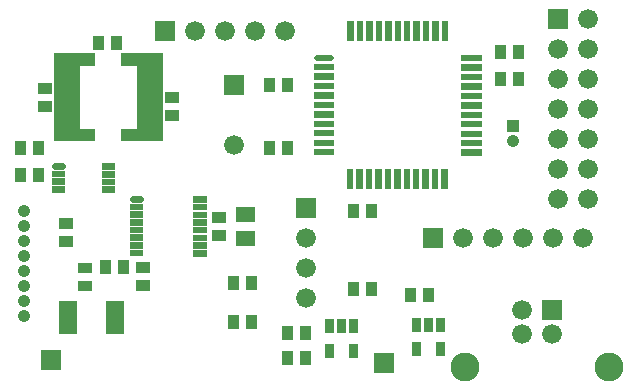
<source format=gbr>
G04 start of page 4 for group -4063 idx -4063
G04 Title: (unknown), componentmask *
G04 Creator: pcb 20070208 *
G04 CreationDate: Fri Aug 31 23:19:37 2007 UTC *
G04 For: sean *
G04 Format: Gerber/RS-274X *
G04 PCB-Dimensions: 250000 150000 *
G04 PCB-Coordinate-Origin: lower left *
%MOIN*%
%FSLAX24Y24*%
%LNFRONTMASK*%
%ADD15R,0.0360X0.0360*%
%ADD24R,0.0300X0.0300*%
%ADD32R,0.0660X0.0660*%
%ADD33C,0.0420*%
%ADD34C,0.0660*%
%ADD35R,0.0420X0.0420*%
%ADD36C,0.0960*%
%ADD37R,0.0510X0.0510*%
%ADD38R,0.0220X0.0220*%
%ADD39C,0.0220*%
%ADD40R,0.0416X0.0416*%
%ADD41R,0.0318X0.0318*%
%ADD42C,0.0210*%
%ADD43R,0.0210X0.0210*%
G54D32*X3250Y1900D03*
G54D33*X2350Y6850D03*
Y6350D03*
Y5850D03*
Y5350D03*
Y4850D03*
Y4350D03*
Y3850D03*
Y3350D03*
G54D34*X20150Y11250D03*
X21150D03*
X20150Y10250D03*
X21150D03*
G54D32*X9350Y11050D03*
X20150Y13250D03*
G54D34*X21150D03*
X20150Y12250D03*
X21150D03*
X10050Y12850D03*
X11050D03*
X20150Y9250D03*
X9350Y9050D03*
G54D33*X18650Y9200D03*
G54D35*Y9700D03*
G54D34*X21150Y8250D03*
Y7250D03*
G54D32*X7050Y12850D03*
G54D34*X8050D03*
X9050D03*
X21150Y9250D03*
X20150Y8250D03*
Y7250D03*
G54D32*X14350Y1800D03*
G54D34*X11750Y5950D03*
Y4950D03*
Y3950D03*
G54D32*X19950Y3550D03*
G54D34*Y2750D03*
X18950Y3550D03*
Y2750D03*
G54D36*X17050Y1650D03*
X21850D03*
G54D32*X11750Y6950D03*
X16000Y5950D03*
G54D34*X17000D03*
X18000D03*
X19000D03*
X20000D03*
X21000D03*
G54D24*X12550Y2280D02*Y2120D01*
X13330Y2280D02*Y2120D01*
Y3100D02*Y2940D01*
X12940Y3100D02*Y2940D01*
X12550Y3100D02*Y2940D01*
G54D15*X13350Y4300D02*Y4200D01*
G54D24*X15450Y2330D02*Y2170D01*
X16230Y2330D02*Y2170D01*
Y3150D02*Y2990D01*
X15840Y3150D02*Y2990D01*
X15450Y3150D02*Y2990D01*
G54D15*X15250Y4100D02*Y4000D01*
X15850Y4100D02*Y4000D01*
X13950Y4300D02*Y4200D01*
X11150Y2000D02*Y1900D01*
X11750Y2000D02*Y1900D01*
X11150Y2850D02*Y2750D01*
X11750Y2850D02*Y2750D01*
X9350Y3200D02*Y3100D01*
X9950Y3200D02*Y3100D01*
X9350Y4500D02*Y4400D01*
X9950Y4500D02*Y4400D01*
X10550Y9000D02*Y8900D01*
X11150Y9000D02*Y8900D01*
G54D37*X9680Y6750D02*X9820D01*
X9680Y5950D02*X9820D01*
G54D15*X8800Y6650D02*X8900D01*
X8800Y6050D02*X8900D01*
G54D38*X8120Y5450D02*X8340D01*
X8120Y5710D02*X8340D01*
X8120Y5960D02*X8340D01*
X8120Y6220D02*X8340D01*
X8120Y6480D02*X8340D01*
X8120Y6730D02*X8340D01*
X8120Y6990D02*X8340D01*
X8120Y7240D02*X8340D01*
G54D39*X3400Y8350D02*X3620D01*
G54D40*X5819Y9390D02*X6783D01*
X3555D02*X4520D01*
G54D38*X3400Y8090D02*X3620D01*
G54D40*X3555Y9705D02*X4008D01*
G54D15*X3700Y5850D02*X3800D01*
X3700Y6450D02*X3800D01*
G54D38*X3400Y7840D02*X3620D01*
G54D15*X2250Y8100D02*Y8000D01*
X2850Y8100D02*Y8000D01*
X2250Y9000D02*Y8900D01*
X2850Y9000D02*Y8900D01*
G54D38*X3400Y7580D02*X3620D01*
X5070Y7570D02*X5290D01*
X5070Y7830D02*X5290D01*
X5070Y8080D02*X5290D01*
X5070Y8340D02*X5290D01*
G54D15*X4850Y12500D02*Y12400D01*
X5450Y12500D02*Y12400D01*
G54D40*X3555Y11909D02*X4520D01*
X3555Y10020D02*X4008D01*
X3555Y10335D02*X4008D01*
X3555Y10650D02*X4008D01*
X3555Y10965D02*X4008D01*
X3555Y11279D02*X4008D01*
X5819Y11909D02*X6783D01*
X6331Y10335D02*X6783D01*
X6331Y10650D02*X6783D01*
X6330Y10965D02*X6783D01*
X6331Y11279D02*X6783D01*
X6331Y11594D02*X6783D01*
G54D41*X3693Y3696D02*X3968D01*
X3693Y3499D02*X3968D01*
X3693Y3302D02*X3968D01*
X3693Y3105D02*X3968D01*
X3693Y2908D02*X3968D01*
X5268D02*X5543D01*
X5268Y3105D02*X5543D01*
X5268Y3302D02*X5543D01*
X5268Y3499D02*X5543D01*
X5268Y3696D02*X5543D01*
G54D15*X4350Y4960D02*X4450D01*
X4350Y4360D02*X4450D01*
X5080Y5050D02*Y4950D01*
X5680Y5050D02*Y4950D01*
G54D40*X6331Y9705D02*X6783D01*
G54D39*X6000Y7250D02*X6220D01*
G54D38*X6000Y6990D02*X6220D01*
X6000Y6740D02*X6220D01*
X6000Y6480D02*X6220D01*
X6000Y6220D02*X6220D01*
X6000Y5970D02*X6220D01*
X6000Y5710D02*X6220D01*
X6000Y5460D02*X6220D01*
G54D15*X6270Y4980D02*X6370D01*
X6270Y4380D02*X6370D01*
G54D40*X3555Y11594D02*X4008D01*
G54D15*X3000Y10950D02*X3100D01*
X3000Y10350D02*X3100D01*
G54D40*X6331Y10020D02*X6783D01*
G54D15*X7250Y10650D02*X7350D01*
X7250Y10050D02*X7350D01*
X10550Y11100D02*Y11000D01*
X11150Y11100D02*Y11000D01*
G54D42*X12120Y11960D02*X12580D01*
G54D43*X12120Y11650D02*X12580D01*
X12120Y11340D02*X12580D01*
X12120Y11020D02*X12580D01*
X12120Y10710D02*X12580D01*
X12120Y10390D02*X12580D01*
X12120Y10080D02*X12580D01*
X12120Y9760D02*X12580D01*
X12120Y9450D02*X12580D01*
X12120Y9130D02*X12580D01*
G54D15*X13350Y6900D02*Y6800D01*
X13950Y6900D02*Y6800D01*
G54D43*X12120Y8820D02*X12580D01*
X13240Y8150D02*Y7690D01*
X13550Y8150D02*Y7690D01*
X13860Y8150D02*Y7690D01*
X14180Y8150D02*Y7690D01*
X14490Y8150D02*Y7690D01*
X14810Y8150D02*Y7690D01*
X15120Y8150D02*Y7690D01*
X15440Y8150D02*Y7690D01*
X15750Y8150D02*Y7690D01*
X16070Y8150D02*Y7690D01*
X16380Y8150D02*Y7690D01*
X17050Y8810D02*X17510D01*
X17050Y9120D02*X17510D01*
X17050Y9430D02*X17510D01*
G54D15*X18250Y11300D02*Y11200D01*
Y12200D02*Y12100D01*
X18850Y11300D02*Y11200D01*
Y12200D02*Y12100D01*
G54D43*X17050Y9750D02*X17510D01*
X17050Y10060D02*X17510D01*
X17050Y10380D02*X17510D01*
X17050Y10690D02*X17510D01*
X17050Y11010D02*X17510D01*
X17050Y11320D02*X17510D01*
X17050Y11640D02*X17510D01*
X17050Y11950D02*X17510D01*
X16390Y13080D02*Y12620D01*
X16080Y13080D02*Y12620D01*
X15770Y13080D02*Y12620D01*
X15450Y13080D02*Y12620D01*
X15140Y13080D02*Y12620D01*
X14820Y13080D02*Y12620D01*
X14510Y13080D02*Y12620D01*
X14190Y13080D02*Y12620D01*
X13880Y13080D02*Y12620D01*
X13560Y13080D02*Y12620D01*
X13250Y13080D02*Y12620D01*
M02*

</source>
